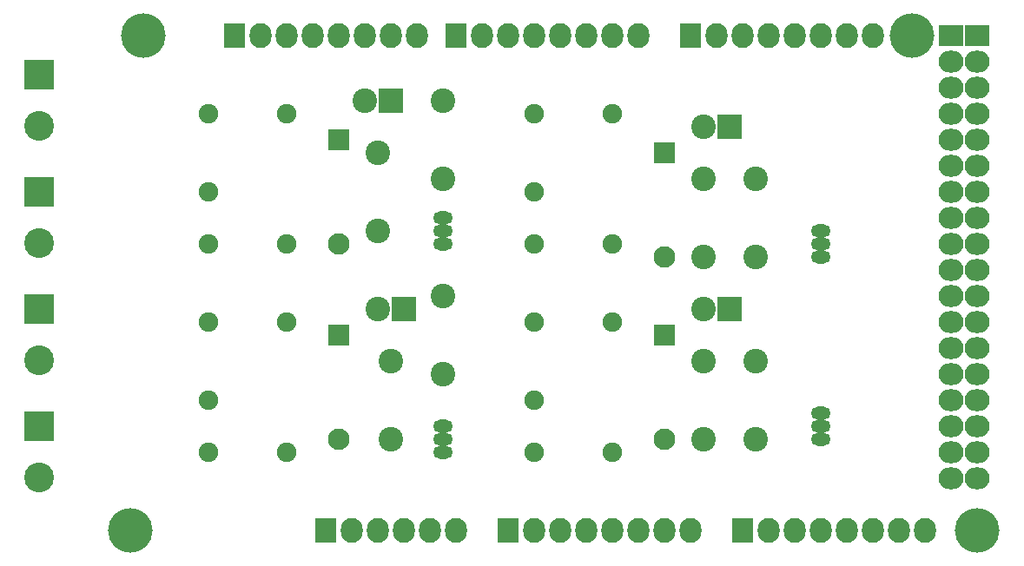
<source format=gbr>
G04 #@! TF.FileFunction,Soldermask,Top*
%FSLAX46Y46*%
G04 Gerber Fmt 4.6, Leading zero omitted, Abs format (unit mm)*
G04 Created by KiCad (PCBNEW no-vcs-found-undefined) date Sun Oct 23 11:40:43 2016*
%MOMM*%
%LPD*%
G01*
G04 APERTURE LIST*
%ADD10C,0.100000*%
%ADD11C,4.337000*%
%ADD12C,2.900000*%
%ADD13R,2.900000X2.900000*%
%ADD14O,2.127200X2.432000*%
%ADD15R,2.127200X2.432000*%
%ADD16R,2.432000X2.127200*%
%ADD17O,2.432000X2.127200*%
%ADD18R,2.400000X2.400000*%
%ADD19C,2.400000*%
%ADD20R,2.099260X2.099260*%
%ADD21C,2.099260*%
%ADD22C,2.398980*%
%ADD23O,1.901140X1.299160*%
%ADD24C,1.901140*%
G04 APERTURE END LIST*
D10*
D11*
X128270000Y-137160000D03*
X129540000Y-88900000D03*
X204470000Y-88900000D03*
X210820000Y-137160000D03*
D12*
X119380000Y-97710000D03*
D13*
X119380000Y-92710000D03*
X119380000Y-104140000D03*
D12*
X119380000Y-109140000D03*
X119380000Y-120570000D03*
D13*
X119380000Y-115570000D03*
X119380000Y-127000000D03*
D12*
X119380000Y-132000000D03*
D14*
X156210000Y-88900000D03*
X153670000Y-88900000D03*
X151130000Y-88900000D03*
X148590000Y-88900000D03*
X146050000Y-88900000D03*
X143510000Y-88900000D03*
X140970000Y-88900000D03*
D15*
X138430000Y-88900000D03*
X160020000Y-88900000D03*
D14*
X162560000Y-88900000D03*
X165100000Y-88900000D03*
X167640000Y-88900000D03*
X170180000Y-88900000D03*
X172720000Y-88900000D03*
X175260000Y-88900000D03*
X177800000Y-88900000D03*
X200660000Y-88900000D03*
X198120000Y-88900000D03*
X195580000Y-88900000D03*
X193040000Y-88900000D03*
X190500000Y-88900000D03*
X187960000Y-88900000D03*
X185420000Y-88900000D03*
D15*
X182880000Y-88900000D03*
X165100000Y-137160000D03*
D14*
X167640000Y-137160000D03*
X170180000Y-137160000D03*
X172720000Y-137160000D03*
X175260000Y-137160000D03*
X177800000Y-137160000D03*
X180340000Y-137160000D03*
X182880000Y-137160000D03*
X205740000Y-137160000D03*
X203200000Y-137160000D03*
X200660000Y-137160000D03*
X198120000Y-137160000D03*
X195580000Y-137160000D03*
X193040000Y-137160000D03*
X190500000Y-137160000D03*
D15*
X187960000Y-137160000D03*
D16*
X208280000Y-88900000D03*
D17*
X208280000Y-91440000D03*
X208280000Y-93980000D03*
X208280000Y-96520000D03*
X208280000Y-99060000D03*
X208280000Y-101600000D03*
X208280000Y-104140000D03*
X208280000Y-106680000D03*
X208280000Y-109220000D03*
X208280000Y-111760000D03*
X208280000Y-114300000D03*
X208280000Y-116840000D03*
X208280000Y-119380000D03*
X208280000Y-121920000D03*
X208280000Y-124460000D03*
X208280000Y-127000000D03*
X208280000Y-129540000D03*
X208280000Y-132080000D03*
X210820000Y-132080000D03*
X210820000Y-129540000D03*
X210820000Y-127000000D03*
X210820000Y-124460000D03*
X210820000Y-121920000D03*
X210820000Y-119380000D03*
X210820000Y-116840000D03*
X210820000Y-114300000D03*
X210820000Y-111760000D03*
X210820000Y-109220000D03*
X210820000Y-106680000D03*
X210820000Y-104140000D03*
X210820000Y-101600000D03*
X210820000Y-99060000D03*
X210820000Y-96520000D03*
X210820000Y-93980000D03*
X210820000Y-91440000D03*
D16*
X210820000Y-88900000D03*
D15*
X147320000Y-137160000D03*
D14*
X149860000Y-137160000D03*
X152400000Y-137160000D03*
X154940000Y-137160000D03*
X157480000Y-137160000D03*
X160020000Y-137160000D03*
D18*
X154940000Y-115570000D03*
D19*
X152400000Y-115570000D03*
D20*
X148592540Y-118110520D03*
D21*
X148592540Y-128270520D03*
D18*
X186690000Y-97790000D03*
D19*
X184150000Y-97790000D03*
D21*
X180342540Y-110490520D03*
D20*
X180342540Y-100330520D03*
D22*
X153670000Y-128270000D03*
X153670000Y-120650000D03*
D18*
X153670000Y-95250000D03*
D19*
X151130000Y-95250000D03*
D20*
X148592540Y-99060520D03*
D21*
X148592540Y-109220520D03*
D19*
X184150000Y-115570000D03*
D18*
X186690000Y-115570000D03*
D20*
X180342540Y-118110520D03*
D21*
X180342540Y-128270520D03*
D23*
X158750000Y-128270000D03*
X158750000Y-127000000D03*
X158750000Y-129540000D03*
X158750000Y-109220000D03*
X158750000Y-106680000D03*
X158750000Y-107950000D03*
X195580000Y-128270000D03*
X195580000Y-125730000D03*
X195580000Y-127000000D03*
X195580000Y-109220000D03*
X195580000Y-107950000D03*
X195580000Y-110490000D03*
D22*
X158750000Y-121920000D03*
X158750000Y-114300000D03*
X152400000Y-107950000D03*
X152400000Y-100330000D03*
X158750000Y-95250000D03*
X158750000Y-102870000D03*
X189230000Y-120650000D03*
X189230000Y-128270000D03*
X189230000Y-102870000D03*
X189230000Y-110490000D03*
X184150000Y-120650000D03*
X184150000Y-128270000D03*
X184150000Y-102870000D03*
X184150000Y-110490000D03*
D24*
X135890000Y-116840000D03*
X143510000Y-116840000D03*
X135890000Y-124460000D03*
X135890000Y-129540000D03*
X143510000Y-129540000D03*
X135890000Y-96520000D03*
X143510000Y-96520000D03*
X135890000Y-104140000D03*
X135890000Y-109220000D03*
X143510000Y-109220000D03*
X175260000Y-129540000D03*
X167640000Y-129540000D03*
X167640000Y-124460000D03*
X175260000Y-116840000D03*
X167640000Y-116840000D03*
X175260000Y-109220000D03*
X167640000Y-109220000D03*
X167640000Y-104140000D03*
X175260000Y-96520000D03*
X167640000Y-96520000D03*
M02*

</source>
